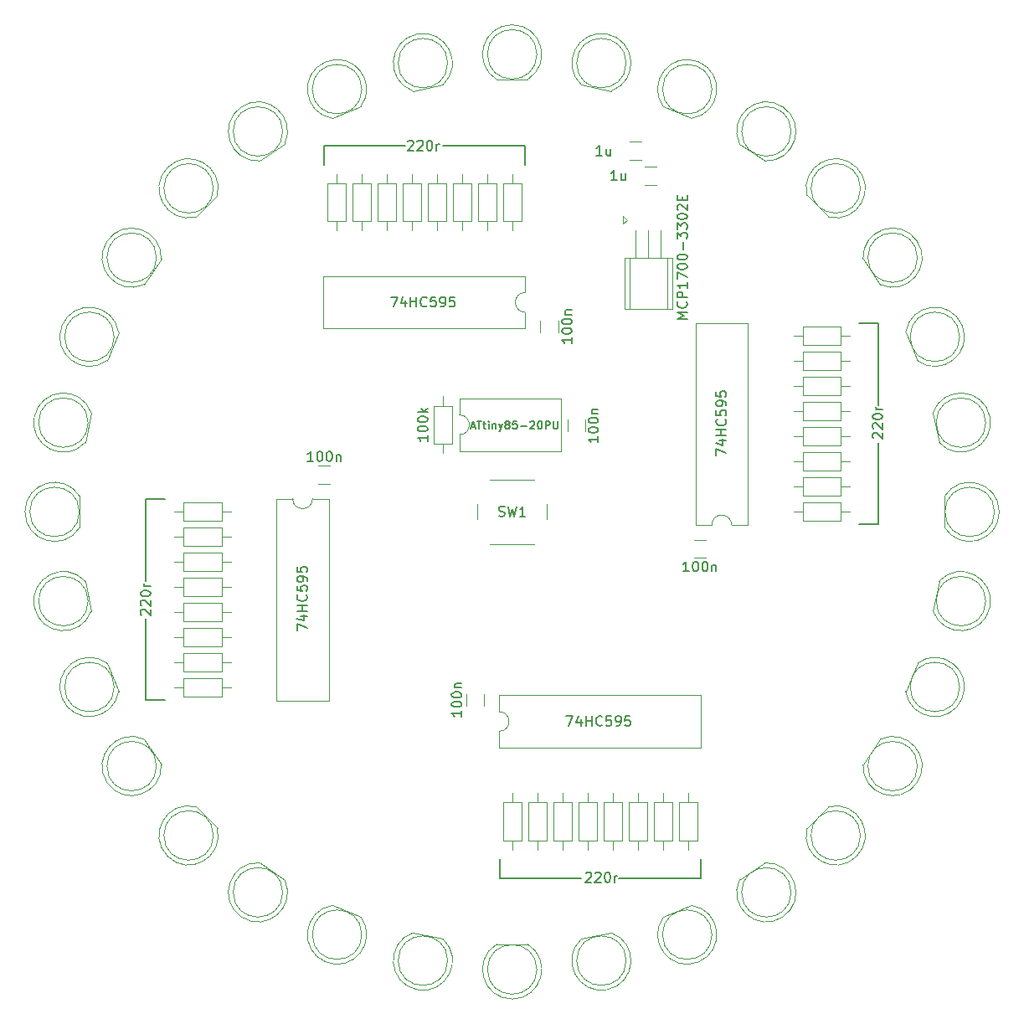
<source format=gbr>
G04 #@! TF.GenerationSoftware,KiCad,Pcbnew,(5.0.2)-1*
G04 #@! TF.CreationDate,2020-02-14T16:26:47+00:00*
G04 #@! TF.ProjectId,teatime,74656174-696d-4652-9e6b-696361645f70,rev?*
G04 #@! TF.SameCoordinates,Original*
G04 #@! TF.FileFunction,Legend,Top*
G04 #@! TF.FilePolarity,Positive*
%FSLAX46Y46*%
G04 Gerber Fmt 4.6, Leading zero omitted, Abs format (unit mm)*
G04 Created by KiCad (PCBNEW (5.0.2)-1) date 14/02/2020 16:26:47*
%MOMM*%
%LPD*%
G01*
G04 APERTURE LIST*
%ADD10C,0.200000*%
%ADD11C,0.120000*%
%ADD12C,0.150000*%
G04 APERTURE END LIST*
D10*
X80950000Y-64880000D02*
X80950000Y-62975000D01*
X93020000Y-62975000D02*
X101270000Y-62975000D01*
X80950000Y-62975000D02*
X89205000Y-62975000D01*
X101270000Y-62975000D02*
X101270000Y-64880000D01*
X137025000Y-93020000D02*
X137025000Y-101270000D01*
X137025000Y-80950000D02*
X137025000Y-89205000D01*
X137025000Y-101270000D02*
X135120000Y-101270000D01*
X135120000Y-80950000D02*
X137025000Y-80950000D01*
X106980000Y-137025000D02*
X98730000Y-137025000D01*
X98730000Y-137025000D02*
X98730000Y-135120000D01*
X119050000Y-135120000D02*
X119050000Y-137025000D01*
X119050000Y-137025000D02*
X110795000Y-137025000D01*
X62975000Y-106980000D02*
X62975000Y-98730000D01*
X62975000Y-119050000D02*
X62975000Y-110795000D01*
X64880000Y-119050000D02*
X62975000Y-119050000D01*
X62975000Y-98730000D02*
X64880000Y-98730000D01*
D11*
G04 #@! TO.C,R22*
X113620000Y-129390000D02*
X111780000Y-129390000D01*
X111780000Y-129390000D02*
X111780000Y-133230000D01*
X111780000Y-133230000D02*
X113620000Y-133230000D01*
X113620000Y-133230000D02*
X113620000Y-129390000D01*
X112700000Y-128440000D02*
X112700000Y-129390000D01*
X112700000Y-134180000D02*
X112700000Y-133230000D01*
G04 #@! TO.C,R24*
X117780000Y-134180000D02*
X117780000Y-133230000D01*
X117780000Y-128440000D02*
X117780000Y-129390000D01*
X118700000Y-133230000D02*
X118700000Y-129390000D01*
X116860000Y-133230000D02*
X118700000Y-133230000D01*
X116860000Y-129390000D02*
X116860000Y-133230000D01*
X118700000Y-129390000D02*
X116860000Y-129390000D01*
G04 #@! TO.C,R25*
X129390000Y-99080000D02*
X129390000Y-100920000D01*
X129390000Y-100920000D02*
X133230000Y-100920000D01*
X133230000Y-100920000D02*
X133230000Y-99080000D01*
X133230000Y-99080000D02*
X129390000Y-99080000D01*
X128440000Y-100000000D02*
X129390000Y-100000000D01*
X134180000Y-100000000D02*
X133230000Y-100000000D01*
G04 #@! TO.C,R26*
X134180000Y-97460000D02*
X133230000Y-97460000D01*
X128440000Y-97460000D02*
X129390000Y-97460000D01*
X133230000Y-96540000D02*
X129390000Y-96540000D01*
X133230000Y-98380000D02*
X133230000Y-96540000D01*
X129390000Y-98380000D02*
X133230000Y-98380000D01*
X129390000Y-96540000D02*
X129390000Y-98380000D01*
G04 #@! TO.C,R27*
X129390000Y-94000000D02*
X129390000Y-95840000D01*
X129390000Y-95840000D02*
X133230000Y-95840000D01*
X133230000Y-95840000D02*
X133230000Y-94000000D01*
X133230000Y-94000000D02*
X129390000Y-94000000D01*
X128440000Y-94920000D02*
X129390000Y-94920000D01*
X134180000Y-94920000D02*
X133230000Y-94920000D01*
G04 #@! TO.C,R28*
X134180000Y-92380000D02*
X133230000Y-92380000D01*
X128440000Y-92380000D02*
X129390000Y-92380000D01*
X133230000Y-91460000D02*
X129390000Y-91460000D01*
X133230000Y-93300000D02*
X133230000Y-91460000D01*
X129390000Y-93300000D02*
X133230000Y-93300000D01*
X129390000Y-91460000D02*
X129390000Y-93300000D01*
G04 #@! TO.C,R29*
X129390000Y-88920000D02*
X129390000Y-90760000D01*
X129390000Y-90760000D02*
X133230000Y-90760000D01*
X133230000Y-90760000D02*
X133230000Y-88920000D01*
X133230000Y-88920000D02*
X129390000Y-88920000D01*
X128440000Y-89840000D02*
X129390000Y-89840000D01*
X134180000Y-89840000D02*
X133230000Y-89840000D01*
G04 #@! TO.C,R30*
X134180000Y-87300000D02*
X133230000Y-87300000D01*
X128440000Y-87300000D02*
X129390000Y-87300000D01*
X133230000Y-86380000D02*
X129390000Y-86380000D01*
X133230000Y-88220000D02*
X133230000Y-86380000D01*
X129390000Y-88220000D02*
X133230000Y-88220000D01*
X129390000Y-86380000D02*
X129390000Y-88220000D01*
G04 #@! TO.C,R31*
X129390000Y-83840000D02*
X129390000Y-85680000D01*
X129390000Y-85680000D02*
X133230000Y-85680000D01*
X133230000Y-85680000D02*
X133230000Y-83840000D01*
X133230000Y-83840000D02*
X129390000Y-83840000D01*
X128440000Y-84760000D02*
X129390000Y-84760000D01*
X134180000Y-84760000D02*
X133230000Y-84760000D01*
G04 #@! TO.C,R32*
X134180000Y-82220000D02*
X133230000Y-82220000D01*
X128440000Y-82220000D02*
X129390000Y-82220000D01*
X133230000Y-81300000D02*
X129390000Y-81300000D01*
X133230000Y-83140000D02*
X133230000Y-81300000D01*
X129390000Y-83140000D02*
X133230000Y-83140000D01*
X129390000Y-81300000D02*
X129390000Y-83140000D01*
G04 #@! TO.C,R17*
X100920000Y-129390000D02*
X99080000Y-129390000D01*
X99080000Y-129390000D02*
X99080000Y-133230000D01*
X99080000Y-133230000D02*
X100920000Y-133230000D01*
X100920000Y-133230000D02*
X100920000Y-129390000D01*
X100000000Y-128440000D02*
X100000000Y-129390000D01*
X100000000Y-134180000D02*
X100000000Y-133230000D01*
G04 #@! TO.C,R4*
X92380000Y-65820000D02*
X92380000Y-66770000D01*
X92380000Y-71560000D02*
X92380000Y-70610000D01*
X91460000Y-66770000D02*
X91460000Y-70610000D01*
X93300000Y-66770000D02*
X91460000Y-66770000D01*
X93300000Y-70610000D02*
X93300000Y-66770000D01*
X91460000Y-70610000D02*
X93300000Y-70610000D01*
G04 #@! TO.C,R2*
X96540000Y-70610000D02*
X98380000Y-70610000D01*
X98380000Y-70610000D02*
X98380000Y-66770000D01*
X98380000Y-66770000D02*
X96540000Y-66770000D01*
X96540000Y-66770000D02*
X96540000Y-70610000D01*
X97460000Y-71560000D02*
X97460000Y-70610000D01*
X97460000Y-65820000D02*
X97460000Y-66770000D01*
G04 #@! TO.C,R1*
X100000000Y-65820000D02*
X100000000Y-66770000D01*
X100000000Y-71560000D02*
X100000000Y-70610000D01*
X99080000Y-66770000D02*
X99080000Y-70610000D01*
X100920000Y-66770000D02*
X99080000Y-66770000D01*
X100920000Y-70610000D02*
X100920000Y-66770000D01*
X99080000Y-70610000D02*
X100920000Y-70610000D01*
G04 #@! TO.C,R3*
X94000000Y-70610000D02*
X95840000Y-70610000D01*
X95840000Y-70610000D02*
X95840000Y-66770000D01*
X95840000Y-66770000D02*
X94000000Y-66770000D01*
X94000000Y-66770000D02*
X94000000Y-70610000D01*
X94920000Y-71560000D02*
X94920000Y-70610000D01*
X94920000Y-65820000D02*
X94920000Y-66770000D01*
G04 #@! TO.C,R23*
X115240000Y-134180000D02*
X115240000Y-133230000D01*
X115240000Y-128440000D02*
X115240000Y-129390000D01*
X116160000Y-133230000D02*
X116160000Y-129390000D01*
X114320000Y-133230000D02*
X116160000Y-133230000D01*
X114320000Y-129390000D02*
X114320000Y-133230000D01*
X116160000Y-129390000D02*
X114320000Y-129390000D01*
G04 #@! TO.C,R33*
X92080000Y-93110000D02*
X93920000Y-93110000D01*
X93920000Y-93110000D02*
X93920000Y-89270000D01*
X93920000Y-89270000D02*
X92080000Y-89270000D01*
X92080000Y-89270000D02*
X92080000Y-93110000D01*
X93000000Y-94060000D02*
X93000000Y-93110000D01*
X93000000Y-88320000D02*
X93000000Y-89270000D01*
G04 #@! TO.C,R7*
X84760000Y-65820000D02*
X84760000Y-66770000D01*
X84760000Y-71560000D02*
X84760000Y-70610000D01*
X83840000Y-66770000D02*
X83840000Y-70610000D01*
X85680000Y-66770000D02*
X83840000Y-66770000D01*
X85680000Y-70610000D02*
X85680000Y-66770000D01*
X83840000Y-70610000D02*
X85680000Y-70610000D01*
G04 #@! TO.C,R8*
X81300000Y-70610000D02*
X83140000Y-70610000D01*
X83140000Y-70610000D02*
X83140000Y-66770000D01*
X83140000Y-66770000D02*
X81300000Y-66770000D01*
X81300000Y-66770000D02*
X81300000Y-70610000D01*
X82220000Y-71560000D02*
X82220000Y-70610000D01*
X82220000Y-65820000D02*
X82220000Y-66770000D01*
G04 #@! TO.C,R9*
X65820000Y-100000000D02*
X66770000Y-100000000D01*
X71560000Y-100000000D02*
X70610000Y-100000000D01*
X66770000Y-100920000D02*
X70610000Y-100920000D01*
X66770000Y-99080000D02*
X66770000Y-100920000D01*
X70610000Y-99080000D02*
X66770000Y-99080000D01*
X70610000Y-100920000D02*
X70610000Y-99080000D01*
G04 #@! TO.C,R10*
X70610000Y-103460000D02*
X70610000Y-101620000D01*
X70610000Y-101620000D02*
X66770000Y-101620000D01*
X66770000Y-101620000D02*
X66770000Y-103460000D01*
X66770000Y-103460000D02*
X70610000Y-103460000D01*
X71560000Y-102540000D02*
X70610000Y-102540000D01*
X65820000Y-102540000D02*
X66770000Y-102540000D01*
G04 #@! TO.C,R11*
X65820000Y-105080000D02*
X66770000Y-105080000D01*
X71560000Y-105080000D02*
X70610000Y-105080000D01*
X66770000Y-106000000D02*
X70610000Y-106000000D01*
X66770000Y-104160000D02*
X66770000Y-106000000D01*
X70610000Y-104160000D02*
X66770000Y-104160000D01*
X70610000Y-106000000D02*
X70610000Y-104160000D01*
G04 #@! TO.C,R12*
X70610000Y-108540000D02*
X70610000Y-106700000D01*
X70610000Y-106700000D02*
X66770000Y-106700000D01*
X66770000Y-106700000D02*
X66770000Y-108540000D01*
X66770000Y-108540000D02*
X70610000Y-108540000D01*
X71560000Y-107620000D02*
X70610000Y-107620000D01*
X65820000Y-107620000D02*
X66770000Y-107620000D01*
G04 #@! TO.C,R13*
X65820000Y-110160000D02*
X66770000Y-110160000D01*
X71560000Y-110160000D02*
X70610000Y-110160000D01*
X66770000Y-111080000D02*
X70610000Y-111080000D01*
X66770000Y-109240000D02*
X66770000Y-111080000D01*
X70610000Y-109240000D02*
X66770000Y-109240000D01*
X70610000Y-111080000D02*
X70610000Y-109240000D01*
G04 #@! TO.C,R14*
X70610000Y-113620000D02*
X70610000Y-111780000D01*
X70610000Y-111780000D02*
X66770000Y-111780000D01*
X66770000Y-111780000D02*
X66770000Y-113620000D01*
X66770000Y-113620000D02*
X70610000Y-113620000D01*
X71560000Y-112700000D02*
X70610000Y-112700000D01*
X65820000Y-112700000D02*
X66770000Y-112700000D01*
G04 #@! TO.C,R15*
X65820000Y-115240000D02*
X66770000Y-115240000D01*
X71560000Y-115240000D02*
X70610000Y-115240000D01*
X66770000Y-116160000D02*
X70610000Y-116160000D01*
X66770000Y-114320000D02*
X66770000Y-116160000D01*
X70610000Y-114320000D02*
X66770000Y-114320000D01*
X70610000Y-116160000D02*
X70610000Y-114320000D01*
G04 #@! TO.C,R16*
X70610000Y-118700000D02*
X70610000Y-116860000D01*
X70610000Y-116860000D02*
X66770000Y-116860000D01*
X66770000Y-116860000D02*
X66770000Y-118700000D01*
X66770000Y-118700000D02*
X70610000Y-118700000D01*
X71560000Y-117780000D02*
X70610000Y-117780000D01*
X65820000Y-117780000D02*
X66770000Y-117780000D01*
G04 #@! TO.C,R6*
X87300000Y-65820000D02*
X87300000Y-66770000D01*
X87300000Y-71560000D02*
X87300000Y-70610000D01*
X86380000Y-66770000D02*
X86380000Y-70610000D01*
X88220000Y-66770000D02*
X86380000Y-66770000D01*
X88220000Y-70610000D02*
X88220000Y-66770000D01*
X86380000Y-70610000D02*
X88220000Y-70610000D01*
G04 #@! TO.C,R18*
X103460000Y-129390000D02*
X101620000Y-129390000D01*
X101620000Y-129390000D02*
X101620000Y-133230000D01*
X101620000Y-133230000D02*
X103460000Y-133230000D01*
X103460000Y-133230000D02*
X103460000Y-129390000D01*
X102540000Y-128440000D02*
X102540000Y-129390000D01*
X102540000Y-134180000D02*
X102540000Y-133230000D01*
G04 #@! TO.C,R20*
X107620000Y-134180000D02*
X107620000Y-133230000D01*
X107620000Y-128440000D02*
X107620000Y-129390000D01*
X108540000Y-133230000D02*
X108540000Y-129390000D01*
X106700000Y-133230000D02*
X108540000Y-133230000D01*
X106700000Y-129390000D02*
X106700000Y-133230000D01*
X108540000Y-129390000D02*
X106700000Y-129390000D01*
G04 #@! TO.C,R5*
X88920000Y-70610000D02*
X90760000Y-70610000D01*
X90760000Y-70610000D02*
X90760000Y-66770000D01*
X90760000Y-66770000D02*
X88920000Y-66770000D01*
X88920000Y-66770000D02*
X88920000Y-70610000D01*
X89840000Y-71560000D02*
X89840000Y-70610000D01*
X89840000Y-65820000D02*
X89840000Y-66770000D01*
G04 #@! TO.C,R19*
X105080000Y-134180000D02*
X105080000Y-133230000D01*
X105080000Y-128440000D02*
X105080000Y-129390000D01*
X106000000Y-133230000D02*
X106000000Y-129390000D01*
X104160000Y-133230000D02*
X106000000Y-133230000D01*
X104160000Y-129390000D02*
X104160000Y-133230000D01*
X106000000Y-129390000D02*
X104160000Y-129390000D01*
G04 #@! TO.C,R21*
X111080000Y-129390000D02*
X109240000Y-129390000D01*
X109240000Y-129390000D02*
X109240000Y-133230000D01*
X109240000Y-133230000D02*
X111080000Y-133230000D01*
X111080000Y-133230000D02*
X111080000Y-129390000D01*
X110160000Y-128440000D02*
X110160000Y-129390000D01*
X110160000Y-134180000D02*
X110160000Y-133230000D01*
G04 #@! TO.C,C4*
X104660000Y-81852064D02*
X104660000Y-80647936D01*
X102840000Y-81852064D02*
X102840000Y-80647936D01*
G04 #@! TO.C,C5*
X81602064Y-97160000D02*
X80397936Y-97160000D01*
X81602064Y-95340000D02*
X80397936Y-95340000D01*
G04 #@! TO.C,C6*
X95340000Y-118397936D02*
X95340000Y-119602064D01*
X97160000Y-118397936D02*
X97160000Y-119602064D01*
G04 #@! TO.C,C7*
X118397936Y-102840000D02*
X119602064Y-102840000D01*
X118397936Y-104660000D02*
X119602064Y-104660000D01*
G04 #@! TO.C,C3*
X105590000Y-90647936D02*
X105590000Y-91852064D01*
X107410000Y-90647936D02*
X107410000Y-91852064D01*
G04 #@! TO.C,U1*
X111370000Y-79500000D02*
X111370000Y-74310000D01*
X116170000Y-79500000D02*
X111370000Y-79500000D01*
X116170000Y-74310000D02*
X116170000Y-79500000D01*
X111370000Y-74310000D02*
X116170000Y-74310000D01*
X115040000Y-71520000D02*
X115040000Y-74310000D01*
X113770000Y-71520000D02*
X113770000Y-74310000D01*
X112500000Y-71520000D02*
X112500000Y-74310000D01*
X111865000Y-74310000D02*
X111865000Y-79517000D01*
X115675000Y-74310000D02*
X115675000Y-79517000D01*
X111611000Y-70500000D02*
X111230000Y-70119000D01*
X111230000Y-70119000D02*
X111230000Y-70881000D01*
X111230000Y-70881000D02*
X111611000Y-70500000D01*
G04 #@! TO.C,U6*
X94670000Y-88540000D02*
X94670000Y-90190000D01*
X104950000Y-88540000D02*
X94670000Y-88540000D01*
X104950000Y-93840000D02*
X104950000Y-88540000D01*
X94670000Y-93840000D02*
X104950000Y-93840000D01*
X94670000Y-92190000D02*
X94670000Y-93840000D01*
X94670000Y-90190000D02*
G75*
G02X94670000Y-92190000I0J-1000000D01*
G01*
G04 #@! TO.C,SW1*
X103500000Y-100750000D02*
X103500000Y-99250000D01*
X102250000Y-96750000D02*
X97750000Y-96750000D01*
X96500000Y-99250000D02*
X96500000Y-100750000D01*
X97750000Y-103250000D02*
X102250000Y-103250000D01*
G04 #@! TO.C,C1*
X113102064Y-62590000D02*
X111897936Y-62590000D01*
X113102064Y-64410000D02*
X111897936Y-64410000D01*
G04 #@! TO.C,C2*
X114602064Y-66910000D02*
X113397936Y-66910000D01*
X114602064Y-65090000D02*
X113397936Y-65090000D01*
G04 #@! TO.C,D17*
X101545000Y-143710000D02*
X98455000Y-143710000D01*
X102500000Y-146270000D02*
G75*
G03X102500000Y-146270000I-2500000J0D01*
G01*
X100000462Y-149260000D02*
G75*
G02X98455170Y-143710000I-462J2990000D01*
G01*
X99999538Y-149260000D02*
G75*
G03X101544830Y-143710000I462J2990000D01*
G01*
G04 #@! TO.C,D30*
X127367773Y-59042064D02*
G75*
G03X122999495Y-62798201I-1661539J-2485837D01*
G01*
X127367004Y-59041551D02*
G75*
G02X125568454Y-64514724I-1660770J-2486350D01*
G01*
X128206234Y-61527901D02*
G75*
G03X128206234Y-61527901I-2500000J0D01*
G01*
X122999354Y-62798107D02*
X125568595Y-64514819D01*
G04 #@! TO.C,D29*
X129815157Y-67999882D02*
X132000117Y-70184842D01*
X135217831Y-67282168D02*
G75*
G03X135217831Y-67282168I-2500000J0D01*
G01*
X134831755Y-65167592D02*
G75*
G02X131999997Y-70184722I-2113924J-2114576D01*
G01*
X134832407Y-65168244D02*
G75*
G03X129815277Y-68000002I-2114576J-2113924D01*
G01*
G04 #@! TO.C,D28*
X140958448Y-72632995D02*
G75*
G03X135485275Y-74431545I-2486350J-1660770D01*
G01*
X140957935Y-72632226D02*
G75*
G02X137201798Y-77000504I-2485837J-1661539D01*
G01*
X140972098Y-74293765D02*
G75*
G03X140972098Y-74293765I-2500000J0D01*
G01*
X135485180Y-74431404D02*
X137201892Y-77000645D01*
G04 #@! TO.C,D27*
X139791528Y-81845513D02*
X140974019Y-84700301D01*
X145247905Y-82293237D02*
G75*
G03X145247905Y-82293237I-2500000J0D01*
G01*
X145510128Y-81148587D02*
G75*
G02X140973954Y-84700143I-2762223J-1144650D01*
G01*
X145510480Y-81149440D02*
G75*
G03X139791593Y-81845670I-2762575J-1143797D01*
G01*
G04 #@! TO.C,D26*
X148313571Y-90390303D02*
G75*
G03X142568743Y-89957455I-2932637J-582867D01*
G01*
X148313392Y-90389397D02*
G75*
G02X143171505Y-92987748I-2932458J-583773D01*
G01*
X147880935Y-90973170D02*
G75*
G03X147880935Y-90973170I-2500001J0D01*
G01*
X142568709Y-89957288D02*
X143171539Y-92987915D01*
G04 #@! TO.C,D25*
X143710000Y-98455000D02*
X143710000Y-101545000D01*
X148770000Y-100000000D02*
G75*
G03X148770000Y-100000000I-2500000J0D01*
G01*
X149260000Y-99999538D02*
G75*
G02X143710000Y-101544830I-2990000J-462D01*
G01*
X149260000Y-100000462D02*
G75*
G03X143710000Y-98455170I-2990000J462D01*
G01*
G04 #@! TO.C,D24*
X148313392Y-109610602D02*
G75*
G03X143171505Y-107012251I-2932458J583773D01*
G01*
X148313571Y-109609696D02*
G75*
G02X142568743Y-110042544I-2932637J582867D01*
G01*
X147880935Y-109026829D02*
G75*
G03X147880935Y-109026829I-2500001J0D01*
G01*
X143171539Y-107012084D02*
X142568709Y-110042711D01*
G04 #@! TO.C,D23*
X140974019Y-115299698D02*
X139791528Y-118154486D01*
X145247905Y-117706762D02*
G75*
G03X145247905Y-117706762I-2500000J0D01*
G01*
X145510480Y-118850559D02*
G75*
G02X139791593Y-118154329I-2762575J1143797D01*
G01*
X145510128Y-118851412D02*
G75*
G03X140973954Y-115299856I-2762223J1144650D01*
G01*
G04 #@! TO.C,D22*
X140957935Y-127367773D02*
G75*
G03X137201798Y-122999495I-2485837J1661539D01*
G01*
X140958448Y-127367004D02*
G75*
G02X135485275Y-125568454I-2486350J1660770D01*
G01*
X140972098Y-125706234D02*
G75*
G03X140972098Y-125706234I-2500000J0D01*
G01*
X137201892Y-122999354D02*
X135485180Y-125568595D01*
G04 #@! TO.C,D21*
X132000117Y-129815157D02*
X129815157Y-132000117D01*
X135217831Y-132717831D02*
G75*
G03X135217831Y-132717831I-2500000J0D01*
G01*
X134832407Y-134831755D02*
G75*
G02X129815277Y-131999997I-2114576J2113924D01*
G01*
X134831755Y-134832407D02*
G75*
G03X131999997Y-129815277I-2113924J2114576D01*
G01*
G04 #@! TO.C,D20*
X127367004Y-140958448D02*
G75*
G03X125568454Y-135485275I-1660770J2486350D01*
G01*
X127367773Y-140957935D02*
G75*
G02X122999495Y-137201798I-1661539J2485837D01*
G01*
X128206234Y-138472098D02*
G75*
G03X128206234Y-138472098I-2500000J0D01*
G01*
X125568595Y-135485180D02*
X122999354Y-137201892D01*
G04 #@! TO.C,D19*
X118154486Y-139791528D02*
X115299698Y-140974019D01*
X120206762Y-142747905D02*
G75*
G03X120206762Y-142747905I-2500000J0D01*
G01*
X118851412Y-145510128D02*
G75*
G02X115299856Y-140973954I-1144650J2762223D01*
G01*
X118850559Y-145510480D02*
G75*
G03X118154329Y-139791593I-1143797J2762575D01*
G01*
G04 #@! TO.C,D18*
X109609696Y-148313571D02*
G75*
G03X110042544Y-142568743I-582867J2932637D01*
G01*
X109610602Y-148313392D02*
G75*
G02X107012251Y-143171505I-583773J2932458D01*
G01*
X111526830Y-145380934D02*
G75*
G03X111526830Y-145380934I-2500001J0D01*
G01*
X110042711Y-142568709D02*
X107012084Y-143171539D01*
G04 #@! TO.C,D16*
X92987915Y-143171539D02*
X89957288Y-142568709D01*
X93473171Y-145380934D02*
G75*
G03X93473171Y-145380934I-2500001J0D01*
G01*
X90390303Y-148313571D02*
G75*
G02X89957455Y-142568743I582867J2932637D01*
G01*
X90389397Y-148313392D02*
G75*
G03X92987748Y-143171505I583773J2932458D01*
G01*
G04 #@! TO.C,D32*
X109610602Y-51686607D02*
G75*
G03X107012251Y-56828494I-583773J-2932458D01*
G01*
X109609696Y-51686428D02*
G75*
G02X110042544Y-57431256I-582867J-2932637D01*
G01*
X111526830Y-54619065D02*
G75*
G03X111526830Y-54619065I-2500001J0D01*
G01*
X107012084Y-56828460D02*
X110042711Y-57431290D01*
G04 #@! TO.C,D14*
X77000645Y-137201892D02*
X74431404Y-135485180D01*
X76793765Y-138472098D02*
G75*
G03X76793765Y-138472098I-2500000J0D01*
G01*
X72632995Y-140958448D02*
G75*
G02X74431545Y-135485275I1660770J2486350D01*
G01*
X72632226Y-140957935D02*
G75*
G03X77000504Y-137201798I1661539J2485837D01*
G01*
G04 #@! TO.C,D31*
X118851412Y-54489871D02*
G75*
G03X115299856Y-59026045I-1144650J-2762223D01*
G01*
X118850559Y-54489519D02*
G75*
G02X118154329Y-60208406I-1143797J-2762575D01*
G01*
X120206762Y-57252094D02*
G75*
G03X120206762Y-57252094I-2500000J0D01*
G01*
X115299698Y-59025980D02*
X118154486Y-60208471D01*
G04 #@! TO.C,D1*
X98455000Y-56290000D02*
X101545000Y-56290000D01*
X102500000Y-53730000D02*
G75*
G03X102500000Y-53730000I-2500000J0D01*
G01*
X99999538Y-50740000D02*
G75*
G02X101544830Y-56290000I462J-2990000D01*
G01*
X100000462Y-50740000D02*
G75*
G03X98455170Y-56290000I-462J-2990000D01*
G01*
G04 #@! TO.C,D2*
X90390303Y-51686428D02*
G75*
G03X89957455Y-57431256I582867J-2932637D01*
G01*
X90389397Y-51686607D02*
G75*
G02X92987748Y-56828494I583773J-2932458D01*
G01*
X93473171Y-54619065D02*
G75*
G03X93473171Y-54619065I-2500001J0D01*
G01*
X89957288Y-57431290D02*
X92987915Y-56828460D01*
G04 #@! TO.C,D3*
X81845513Y-60208471D02*
X84700301Y-59025980D01*
X84793237Y-57252094D02*
G75*
G03X84793237Y-57252094I-2500000J0D01*
G01*
X81148587Y-54489871D02*
G75*
G02X84700143Y-59026045I1144650J-2762223D01*
G01*
X81149440Y-54489519D02*
G75*
G03X81845670Y-60208406I1143797J-2762575D01*
G01*
G04 #@! TO.C,D4*
X72632995Y-59041551D02*
G75*
G03X74431545Y-64514724I1660770J-2486350D01*
G01*
X72632226Y-59042064D02*
G75*
G02X77000504Y-62798201I1661539J-2485837D01*
G01*
X76793765Y-61527901D02*
G75*
G03X76793765Y-61527901I-2500000J0D01*
G01*
X74431404Y-64514819D02*
X77000645Y-62798107D01*
G04 #@! TO.C,D5*
X67999882Y-70184842D02*
X70184842Y-67999882D01*
X69782168Y-67282168D02*
G75*
G03X69782168Y-67282168I-2500000J0D01*
G01*
X65167592Y-65168244D02*
G75*
G02X70184722Y-68000002I2114576J-2113924D01*
G01*
X65168244Y-65167592D02*
G75*
G03X68000002Y-70184722I2113924J-2114576D01*
G01*
G04 #@! TO.C,D6*
X59042064Y-72632226D02*
G75*
G03X62798201Y-77000504I2485837J-1661539D01*
G01*
X59041551Y-72632995D02*
G75*
G02X64514724Y-74431545I2486350J-1660770D01*
G01*
X64027901Y-74293765D02*
G75*
G03X64027901Y-74293765I-2500000J0D01*
G01*
X62798107Y-77000645D02*
X64514819Y-74431404D01*
G04 #@! TO.C,D7*
X59025980Y-84700301D02*
X60208471Y-81845513D01*
X59752094Y-82293237D02*
G75*
G03X59752094Y-82293237I-2500000J0D01*
G01*
X54489519Y-81149440D02*
G75*
G02X60208406Y-81845670I2762575J-1143797D01*
G01*
X54489871Y-81148587D02*
G75*
G03X59026045Y-84700143I2762223J-1144650D01*
G01*
G04 #@! TO.C,D8*
X51686607Y-90389397D02*
G75*
G03X56828494Y-92987748I2932458J-583773D01*
G01*
X51686428Y-90390303D02*
G75*
G02X57431256Y-89957455I2932637J-582867D01*
G01*
X57119066Y-90973170D02*
G75*
G03X57119066Y-90973170I-2500001J0D01*
G01*
X56828460Y-92987915D02*
X57431290Y-89957288D01*
G04 #@! TO.C,D9*
X56290000Y-101545000D02*
X56290000Y-98455000D01*
X56230000Y-100000000D02*
G75*
G03X56230000Y-100000000I-2500000J0D01*
G01*
X50740000Y-100000462D02*
G75*
G02X56290000Y-98455170I2990000J462D01*
G01*
X50740000Y-99999538D02*
G75*
G03X56290000Y-101544830I2990000J-462D01*
G01*
G04 #@! TO.C,D10*
X51686428Y-109609696D02*
G75*
G03X57431256Y-110042544I2932637J582867D01*
G01*
X51686607Y-109610602D02*
G75*
G02X56828494Y-107012251I2932458J583773D01*
G01*
X57119066Y-109026829D02*
G75*
G03X57119066Y-109026829I-2500001J0D01*
G01*
X57431290Y-110042711D02*
X56828460Y-107012084D01*
G04 #@! TO.C,D11*
X60208471Y-118154486D02*
X59025980Y-115299698D01*
X59752094Y-117706762D02*
G75*
G03X59752094Y-117706762I-2500000J0D01*
G01*
X54489871Y-118851412D02*
G75*
G02X59026045Y-115299856I2762223J1144650D01*
G01*
X54489519Y-118850559D02*
G75*
G03X60208406Y-118154329I2762575J1143797D01*
G01*
G04 #@! TO.C,D12*
X59041551Y-127367004D02*
G75*
G03X64514724Y-125568454I2486350J1660770D01*
G01*
X59042064Y-127367773D02*
G75*
G02X62798201Y-122999495I2485837J1661539D01*
G01*
X64027901Y-125706234D02*
G75*
G03X64027901Y-125706234I-2500000J0D01*
G01*
X64514819Y-125568595D02*
X62798107Y-122999354D01*
G04 #@! TO.C,D13*
X70184842Y-132000117D02*
X67999882Y-129815157D01*
X69782168Y-132717831D02*
G75*
G03X69782168Y-132717831I-2500000J0D01*
G01*
X65168244Y-134832407D02*
G75*
G02X68000002Y-129815277I2113924J2114576D01*
G01*
X65167592Y-134831755D02*
G75*
G03X70184722Y-131999997I2114576J2113924D01*
G01*
G04 #@! TO.C,D15*
X81148587Y-145510128D02*
G75*
G03X84700143Y-140973954I1144650J2762223D01*
G01*
X81149440Y-145510480D02*
G75*
G02X81845670Y-139791593I1143797J2762575D01*
G01*
X84793237Y-142747905D02*
G75*
G03X84793237Y-142747905I-2500000J0D01*
G01*
X84700301Y-140974019D02*
X81845513Y-139791528D01*
G04 #@! TO.C,U3*
X81460000Y-98670000D02*
X79810000Y-98670000D01*
X81460000Y-119110000D02*
X81460000Y-98670000D01*
X76160000Y-119110000D02*
X81460000Y-119110000D01*
X76160000Y-98670000D02*
X76160000Y-119110000D01*
X77810000Y-98670000D02*
X76160000Y-98670000D01*
X79810000Y-98670000D02*
G75*
G02X77810000Y-98670000I-1000000J0D01*
G01*
G04 #@! TO.C,U4*
X98670000Y-120190000D02*
G75*
G02X98670000Y-122190000I0J-1000000D01*
G01*
X98670000Y-122190000D02*
X98670000Y-123840000D01*
X98670000Y-123840000D02*
X119110000Y-123840000D01*
X119110000Y-123840000D02*
X119110000Y-118540000D01*
X119110000Y-118540000D02*
X98670000Y-118540000D01*
X98670000Y-118540000D02*
X98670000Y-120190000D01*
G04 #@! TO.C,U5*
X118540000Y-101330000D02*
X120190000Y-101330000D01*
X118540000Y-80890000D02*
X118540000Y-101330000D01*
X123840000Y-80890000D02*
X118540000Y-80890000D01*
X123840000Y-101330000D02*
X123840000Y-80890000D01*
X122190000Y-101330000D02*
X123840000Y-101330000D01*
X120190000Y-101330000D02*
G75*
G02X122190000Y-101330000I1000000J0D01*
G01*
G04 #@! TO.C,U2*
X101330000Y-79810000D02*
G75*
G02X101330000Y-77810000I0J1000000D01*
G01*
X101330000Y-77810000D02*
X101330000Y-76160000D01*
X101330000Y-76160000D02*
X80890000Y-76160000D01*
X80890000Y-76160000D02*
X80890000Y-81460000D01*
X80890000Y-81460000D02*
X101330000Y-81460000D01*
X101330000Y-81460000D02*
X101330000Y-79810000D01*
G04 #@! TO.C,R25*
D12*
X136547619Y-92547619D02*
X136500000Y-92500000D01*
X136452380Y-92404761D01*
X136452380Y-92166666D01*
X136500000Y-92071428D01*
X136547619Y-92023809D01*
X136642857Y-91976190D01*
X136738095Y-91976190D01*
X136880952Y-92023809D01*
X137452380Y-92595238D01*
X137452380Y-91976190D01*
X136547619Y-91595238D02*
X136500000Y-91547619D01*
X136452380Y-91452380D01*
X136452380Y-91214285D01*
X136500000Y-91119047D01*
X136547619Y-91071428D01*
X136642857Y-91023809D01*
X136738095Y-91023809D01*
X136880952Y-91071428D01*
X137452380Y-91642857D01*
X137452380Y-91023809D01*
X136452380Y-90404761D02*
X136452380Y-90309523D01*
X136500000Y-90214285D01*
X136547619Y-90166666D01*
X136642857Y-90119047D01*
X136833333Y-90071428D01*
X137071428Y-90071428D01*
X137261904Y-90119047D01*
X137357142Y-90166666D01*
X137404761Y-90214285D01*
X137452380Y-90309523D01*
X137452380Y-90404761D01*
X137404761Y-90500000D01*
X137357142Y-90547619D01*
X137261904Y-90595238D01*
X137071428Y-90642857D01*
X136833333Y-90642857D01*
X136642857Y-90595238D01*
X136547619Y-90547619D01*
X136500000Y-90500000D01*
X136452380Y-90404761D01*
X137452380Y-89642857D02*
X136785714Y-89642857D01*
X136976190Y-89642857D02*
X136880952Y-89595238D01*
X136833333Y-89547619D01*
X136785714Y-89452380D01*
X136785714Y-89357142D01*
G04 #@! TO.C,R17*
X107452380Y-136547619D02*
X107500000Y-136500000D01*
X107595238Y-136452380D01*
X107833333Y-136452380D01*
X107928571Y-136500000D01*
X107976190Y-136547619D01*
X108023809Y-136642857D01*
X108023809Y-136738095D01*
X107976190Y-136880952D01*
X107404761Y-137452380D01*
X108023809Y-137452380D01*
X108404761Y-136547619D02*
X108452380Y-136500000D01*
X108547619Y-136452380D01*
X108785714Y-136452380D01*
X108880952Y-136500000D01*
X108928571Y-136547619D01*
X108976190Y-136642857D01*
X108976190Y-136738095D01*
X108928571Y-136880952D01*
X108357142Y-137452380D01*
X108976190Y-137452380D01*
X109595238Y-136452380D02*
X109690476Y-136452380D01*
X109785714Y-136500000D01*
X109833333Y-136547619D01*
X109880952Y-136642857D01*
X109928571Y-136833333D01*
X109928571Y-137071428D01*
X109880952Y-137261904D01*
X109833333Y-137357142D01*
X109785714Y-137404761D01*
X109690476Y-137452380D01*
X109595238Y-137452380D01*
X109500000Y-137404761D01*
X109452380Y-137357142D01*
X109404761Y-137261904D01*
X109357142Y-137071428D01*
X109357142Y-136833333D01*
X109404761Y-136642857D01*
X109452380Y-136547619D01*
X109500000Y-136500000D01*
X109595238Y-136452380D01*
X110357142Y-137452380D02*
X110357142Y-136785714D01*
X110357142Y-136976190D02*
X110404761Y-136880952D01*
X110452380Y-136833333D01*
X110547619Y-136785714D01*
X110642857Y-136785714D01*
G04 #@! TO.C,R1*
X89452380Y-62547619D02*
X89500000Y-62500000D01*
X89595238Y-62452380D01*
X89833333Y-62452380D01*
X89928571Y-62500000D01*
X89976190Y-62547619D01*
X90023809Y-62642857D01*
X90023809Y-62738095D01*
X89976190Y-62880952D01*
X89404761Y-63452380D01*
X90023809Y-63452380D01*
X90404761Y-62547619D02*
X90452380Y-62500000D01*
X90547619Y-62452380D01*
X90785714Y-62452380D01*
X90880952Y-62500000D01*
X90928571Y-62547619D01*
X90976190Y-62642857D01*
X90976190Y-62738095D01*
X90928571Y-62880952D01*
X90357142Y-63452380D01*
X90976190Y-63452380D01*
X91595238Y-62452380D02*
X91690476Y-62452380D01*
X91785714Y-62500000D01*
X91833333Y-62547619D01*
X91880952Y-62642857D01*
X91928571Y-62833333D01*
X91928571Y-63071428D01*
X91880952Y-63261904D01*
X91833333Y-63357142D01*
X91785714Y-63404761D01*
X91690476Y-63452380D01*
X91595238Y-63452380D01*
X91500000Y-63404761D01*
X91452380Y-63357142D01*
X91404761Y-63261904D01*
X91357142Y-63071428D01*
X91357142Y-62833333D01*
X91404761Y-62642857D01*
X91452380Y-62547619D01*
X91500000Y-62500000D01*
X91595238Y-62452380D01*
X92357142Y-63452380D02*
X92357142Y-62785714D01*
X92357142Y-62976190D02*
X92404761Y-62880952D01*
X92452380Y-62833333D01*
X92547619Y-62785714D01*
X92642857Y-62785714D01*
G04 #@! TO.C,R33*
X91452380Y-92261428D02*
X91452380Y-92832857D01*
X91452380Y-92547142D02*
X90452380Y-92547142D01*
X90595238Y-92642380D01*
X90690476Y-92737619D01*
X90738095Y-92832857D01*
X90452380Y-91642380D02*
X90452380Y-91547142D01*
X90500000Y-91451904D01*
X90547619Y-91404285D01*
X90642857Y-91356666D01*
X90833333Y-91309047D01*
X91071428Y-91309047D01*
X91261904Y-91356666D01*
X91357142Y-91404285D01*
X91404761Y-91451904D01*
X91452380Y-91547142D01*
X91452380Y-91642380D01*
X91404761Y-91737619D01*
X91357142Y-91785238D01*
X91261904Y-91832857D01*
X91071428Y-91880476D01*
X90833333Y-91880476D01*
X90642857Y-91832857D01*
X90547619Y-91785238D01*
X90500000Y-91737619D01*
X90452380Y-91642380D01*
X90452380Y-90690000D02*
X90452380Y-90594761D01*
X90500000Y-90499523D01*
X90547619Y-90451904D01*
X90642857Y-90404285D01*
X90833333Y-90356666D01*
X91071428Y-90356666D01*
X91261904Y-90404285D01*
X91357142Y-90451904D01*
X91404761Y-90499523D01*
X91452380Y-90594761D01*
X91452380Y-90690000D01*
X91404761Y-90785238D01*
X91357142Y-90832857D01*
X91261904Y-90880476D01*
X91071428Y-90928095D01*
X90833333Y-90928095D01*
X90642857Y-90880476D01*
X90547619Y-90832857D01*
X90500000Y-90785238D01*
X90452380Y-90690000D01*
X91452380Y-89928095D02*
X90452380Y-89928095D01*
X91071428Y-89832857D02*
X91452380Y-89547142D01*
X90785714Y-89547142D02*
X91166666Y-89928095D01*
G04 #@! TO.C,R9*
X62522619Y-110437619D02*
X62475000Y-110390000D01*
X62427380Y-110294761D01*
X62427380Y-110056666D01*
X62475000Y-109961428D01*
X62522619Y-109913809D01*
X62617857Y-109866190D01*
X62713095Y-109866190D01*
X62855952Y-109913809D01*
X63427380Y-110485238D01*
X63427380Y-109866190D01*
X62522619Y-109485238D02*
X62475000Y-109437619D01*
X62427380Y-109342380D01*
X62427380Y-109104285D01*
X62475000Y-109009047D01*
X62522619Y-108961428D01*
X62617857Y-108913809D01*
X62713095Y-108913809D01*
X62855952Y-108961428D01*
X63427380Y-109532857D01*
X63427380Y-108913809D01*
X62427380Y-108294761D02*
X62427380Y-108199523D01*
X62475000Y-108104285D01*
X62522619Y-108056666D01*
X62617857Y-108009047D01*
X62808333Y-107961428D01*
X63046428Y-107961428D01*
X63236904Y-108009047D01*
X63332142Y-108056666D01*
X63379761Y-108104285D01*
X63427380Y-108199523D01*
X63427380Y-108294761D01*
X63379761Y-108390000D01*
X63332142Y-108437619D01*
X63236904Y-108485238D01*
X63046428Y-108532857D01*
X62808333Y-108532857D01*
X62617857Y-108485238D01*
X62522619Y-108437619D01*
X62475000Y-108390000D01*
X62427380Y-108294761D01*
X63427380Y-107532857D02*
X62760714Y-107532857D01*
X62951190Y-107532857D02*
X62855952Y-107485238D01*
X62808333Y-107437619D01*
X62760714Y-107342380D01*
X62760714Y-107247142D01*
G04 #@! TO.C,C4*
X106022380Y-82369047D02*
X106022380Y-82940476D01*
X106022380Y-82654761D02*
X105022380Y-82654761D01*
X105165238Y-82750000D01*
X105260476Y-82845238D01*
X105308095Y-82940476D01*
X105022380Y-81750000D02*
X105022380Y-81654761D01*
X105070000Y-81559523D01*
X105117619Y-81511904D01*
X105212857Y-81464285D01*
X105403333Y-81416666D01*
X105641428Y-81416666D01*
X105831904Y-81464285D01*
X105927142Y-81511904D01*
X105974761Y-81559523D01*
X106022380Y-81654761D01*
X106022380Y-81750000D01*
X105974761Y-81845238D01*
X105927142Y-81892857D01*
X105831904Y-81940476D01*
X105641428Y-81988095D01*
X105403333Y-81988095D01*
X105212857Y-81940476D01*
X105117619Y-81892857D01*
X105070000Y-81845238D01*
X105022380Y-81750000D01*
X105022380Y-80797619D02*
X105022380Y-80702380D01*
X105070000Y-80607142D01*
X105117619Y-80559523D01*
X105212857Y-80511904D01*
X105403333Y-80464285D01*
X105641428Y-80464285D01*
X105831904Y-80511904D01*
X105927142Y-80559523D01*
X105974761Y-80607142D01*
X106022380Y-80702380D01*
X106022380Y-80797619D01*
X105974761Y-80892857D01*
X105927142Y-80940476D01*
X105831904Y-80988095D01*
X105641428Y-81035714D01*
X105403333Y-81035714D01*
X105212857Y-80988095D01*
X105117619Y-80940476D01*
X105070000Y-80892857D01*
X105022380Y-80797619D01*
X105355714Y-80035714D02*
X106022380Y-80035714D01*
X105450952Y-80035714D02*
X105403333Y-79988095D01*
X105355714Y-79892857D01*
X105355714Y-79750000D01*
X105403333Y-79654761D01*
X105498571Y-79607142D01*
X106022380Y-79607142D01*
G04 #@! TO.C,C5*
X79880952Y-94882380D02*
X79309523Y-94882380D01*
X79595238Y-94882380D02*
X79595238Y-93882380D01*
X79500000Y-94025238D01*
X79404761Y-94120476D01*
X79309523Y-94168095D01*
X80500000Y-93882380D02*
X80595238Y-93882380D01*
X80690476Y-93930000D01*
X80738095Y-93977619D01*
X80785714Y-94072857D01*
X80833333Y-94263333D01*
X80833333Y-94501428D01*
X80785714Y-94691904D01*
X80738095Y-94787142D01*
X80690476Y-94834761D01*
X80595238Y-94882380D01*
X80500000Y-94882380D01*
X80404761Y-94834761D01*
X80357142Y-94787142D01*
X80309523Y-94691904D01*
X80261904Y-94501428D01*
X80261904Y-94263333D01*
X80309523Y-94072857D01*
X80357142Y-93977619D01*
X80404761Y-93930000D01*
X80500000Y-93882380D01*
X81452380Y-93882380D02*
X81547619Y-93882380D01*
X81642857Y-93930000D01*
X81690476Y-93977619D01*
X81738095Y-94072857D01*
X81785714Y-94263333D01*
X81785714Y-94501428D01*
X81738095Y-94691904D01*
X81690476Y-94787142D01*
X81642857Y-94834761D01*
X81547619Y-94882380D01*
X81452380Y-94882380D01*
X81357142Y-94834761D01*
X81309523Y-94787142D01*
X81261904Y-94691904D01*
X81214285Y-94501428D01*
X81214285Y-94263333D01*
X81261904Y-94072857D01*
X81309523Y-93977619D01*
X81357142Y-93930000D01*
X81452380Y-93882380D01*
X82214285Y-94215714D02*
X82214285Y-94882380D01*
X82214285Y-94310952D02*
X82261904Y-94263333D01*
X82357142Y-94215714D01*
X82500000Y-94215714D01*
X82595238Y-94263333D01*
X82642857Y-94358571D01*
X82642857Y-94882380D01*
G04 #@! TO.C,C6*
X94882380Y-120119047D02*
X94882380Y-120690476D01*
X94882380Y-120404761D02*
X93882380Y-120404761D01*
X94025238Y-120500000D01*
X94120476Y-120595238D01*
X94168095Y-120690476D01*
X93882380Y-119500000D02*
X93882380Y-119404761D01*
X93930000Y-119309523D01*
X93977619Y-119261904D01*
X94072857Y-119214285D01*
X94263333Y-119166666D01*
X94501428Y-119166666D01*
X94691904Y-119214285D01*
X94787142Y-119261904D01*
X94834761Y-119309523D01*
X94882380Y-119404761D01*
X94882380Y-119500000D01*
X94834761Y-119595238D01*
X94787142Y-119642857D01*
X94691904Y-119690476D01*
X94501428Y-119738095D01*
X94263333Y-119738095D01*
X94072857Y-119690476D01*
X93977619Y-119642857D01*
X93930000Y-119595238D01*
X93882380Y-119500000D01*
X93882380Y-118547619D02*
X93882380Y-118452380D01*
X93930000Y-118357142D01*
X93977619Y-118309523D01*
X94072857Y-118261904D01*
X94263333Y-118214285D01*
X94501428Y-118214285D01*
X94691904Y-118261904D01*
X94787142Y-118309523D01*
X94834761Y-118357142D01*
X94882380Y-118452380D01*
X94882380Y-118547619D01*
X94834761Y-118642857D01*
X94787142Y-118690476D01*
X94691904Y-118738095D01*
X94501428Y-118785714D01*
X94263333Y-118785714D01*
X94072857Y-118738095D01*
X93977619Y-118690476D01*
X93930000Y-118642857D01*
X93882380Y-118547619D01*
X94215714Y-117785714D02*
X94882380Y-117785714D01*
X94310952Y-117785714D02*
X94263333Y-117738095D01*
X94215714Y-117642857D01*
X94215714Y-117500000D01*
X94263333Y-117404761D01*
X94358571Y-117357142D01*
X94882380Y-117357142D01*
G04 #@! TO.C,C7*
X117880952Y-106022380D02*
X117309523Y-106022380D01*
X117595238Y-106022380D02*
X117595238Y-105022380D01*
X117500000Y-105165238D01*
X117404761Y-105260476D01*
X117309523Y-105308095D01*
X118500000Y-105022380D02*
X118595238Y-105022380D01*
X118690476Y-105070000D01*
X118738095Y-105117619D01*
X118785714Y-105212857D01*
X118833333Y-105403333D01*
X118833333Y-105641428D01*
X118785714Y-105831904D01*
X118738095Y-105927142D01*
X118690476Y-105974761D01*
X118595238Y-106022380D01*
X118500000Y-106022380D01*
X118404761Y-105974761D01*
X118357142Y-105927142D01*
X118309523Y-105831904D01*
X118261904Y-105641428D01*
X118261904Y-105403333D01*
X118309523Y-105212857D01*
X118357142Y-105117619D01*
X118404761Y-105070000D01*
X118500000Y-105022380D01*
X119452380Y-105022380D02*
X119547619Y-105022380D01*
X119642857Y-105070000D01*
X119690476Y-105117619D01*
X119738095Y-105212857D01*
X119785714Y-105403333D01*
X119785714Y-105641428D01*
X119738095Y-105831904D01*
X119690476Y-105927142D01*
X119642857Y-105974761D01*
X119547619Y-106022380D01*
X119452380Y-106022380D01*
X119357142Y-105974761D01*
X119309523Y-105927142D01*
X119261904Y-105831904D01*
X119214285Y-105641428D01*
X119214285Y-105403333D01*
X119261904Y-105212857D01*
X119309523Y-105117619D01*
X119357142Y-105070000D01*
X119452380Y-105022380D01*
X120214285Y-105355714D02*
X120214285Y-106022380D01*
X120214285Y-105450952D02*
X120261904Y-105403333D01*
X120357142Y-105355714D01*
X120500000Y-105355714D01*
X120595238Y-105403333D01*
X120642857Y-105498571D01*
X120642857Y-106022380D01*
G04 #@! TO.C,C3*
X108702380Y-92369047D02*
X108702380Y-92940476D01*
X108702380Y-92654761D02*
X107702380Y-92654761D01*
X107845238Y-92750000D01*
X107940476Y-92845238D01*
X107988095Y-92940476D01*
X107702380Y-91750000D02*
X107702380Y-91654761D01*
X107750000Y-91559523D01*
X107797619Y-91511904D01*
X107892857Y-91464285D01*
X108083333Y-91416666D01*
X108321428Y-91416666D01*
X108511904Y-91464285D01*
X108607142Y-91511904D01*
X108654761Y-91559523D01*
X108702380Y-91654761D01*
X108702380Y-91750000D01*
X108654761Y-91845238D01*
X108607142Y-91892857D01*
X108511904Y-91940476D01*
X108321428Y-91988095D01*
X108083333Y-91988095D01*
X107892857Y-91940476D01*
X107797619Y-91892857D01*
X107750000Y-91845238D01*
X107702380Y-91750000D01*
X107702380Y-90797619D02*
X107702380Y-90702380D01*
X107750000Y-90607142D01*
X107797619Y-90559523D01*
X107892857Y-90511904D01*
X108083333Y-90464285D01*
X108321428Y-90464285D01*
X108511904Y-90511904D01*
X108607142Y-90559523D01*
X108654761Y-90607142D01*
X108702380Y-90702380D01*
X108702380Y-90797619D01*
X108654761Y-90892857D01*
X108607142Y-90940476D01*
X108511904Y-90988095D01*
X108321428Y-91035714D01*
X108083333Y-91035714D01*
X107892857Y-90988095D01*
X107797619Y-90940476D01*
X107750000Y-90892857D01*
X107702380Y-90797619D01*
X108035714Y-90035714D02*
X108702380Y-90035714D01*
X108130952Y-90035714D02*
X108083333Y-89988095D01*
X108035714Y-89892857D01*
X108035714Y-89750000D01*
X108083333Y-89654761D01*
X108178571Y-89607142D01*
X108702380Y-89607142D01*
G04 #@! TO.C,U1*
X117702380Y-80464285D02*
X116702380Y-80464285D01*
X117416666Y-80130952D01*
X116702380Y-79797619D01*
X117702380Y-79797619D01*
X117607142Y-78750000D02*
X117654761Y-78797619D01*
X117702380Y-78940476D01*
X117702380Y-79035714D01*
X117654761Y-79178571D01*
X117559523Y-79273809D01*
X117464285Y-79321428D01*
X117273809Y-79369047D01*
X117130952Y-79369047D01*
X116940476Y-79321428D01*
X116845238Y-79273809D01*
X116750000Y-79178571D01*
X116702380Y-79035714D01*
X116702380Y-78940476D01*
X116750000Y-78797619D01*
X116797619Y-78750000D01*
X117702380Y-78321428D02*
X116702380Y-78321428D01*
X116702380Y-77940476D01*
X116750000Y-77845238D01*
X116797619Y-77797619D01*
X116892857Y-77750000D01*
X117035714Y-77750000D01*
X117130952Y-77797619D01*
X117178571Y-77845238D01*
X117226190Y-77940476D01*
X117226190Y-78321428D01*
X117702380Y-76797619D02*
X117702380Y-77369047D01*
X117702380Y-77083333D02*
X116702380Y-77083333D01*
X116845238Y-77178571D01*
X116940476Y-77273809D01*
X116988095Y-77369047D01*
X116702380Y-76464285D02*
X116702380Y-75797619D01*
X117702380Y-76226190D01*
X116702380Y-75226190D02*
X116702380Y-75130952D01*
X116750000Y-75035714D01*
X116797619Y-74988095D01*
X116892857Y-74940476D01*
X117083333Y-74892857D01*
X117321428Y-74892857D01*
X117511904Y-74940476D01*
X117607142Y-74988095D01*
X117654761Y-75035714D01*
X117702380Y-75130952D01*
X117702380Y-75226190D01*
X117654761Y-75321428D01*
X117607142Y-75369047D01*
X117511904Y-75416666D01*
X117321428Y-75464285D01*
X117083333Y-75464285D01*
X116892857Y-75416666D01*
X116797619Y-75369047D01*
X116750000Y-75321428D01*
X116702380Y-75226190D01*
X116702380Y-74273809D02*
X116702380Y-74178571D01*
X116750000Y-74083333D01*
X116797619Y-74035714D01*
X116892857Y-73988095D01*
X117083333Y-73940476D01*
X117321428Y-73940476D01*
X117511904Y-73988095D01*
X117607142Y-74035714D01*
X117654761Y-74083333D01*
X117702380Y-74178571D01*
X117702380Y-74273809D01*
X117654761Y-74369047D01*
X117607142Y-74416666D01*
X117511904Y-74464285D01*
X117321428Y-74511904D01*
X117083333Y-74511904D01*
X116892857Y-74464285D01*
X116797619Y-74416666D01*
X116750000Y-74369047D01*
X116702380Y-74273809D01*
X117321428Y-73511904D02*
X117321428Y-72750000D01*
X116702380Y-72369047D02*
X116702380Y-71750000D01*
X117083333Y-72083333D01*
X117083333Y-71940476D01*
X117130952Y-71845238D01*
X117178571Y-71797619D01*
X117273809Y-71750000D01*
X117511904Y-71750000D01*
X117607142Y-71797619D01*
X117654761Y-71845238D01*
X117702380Y-71940476D01*
X117702380Y-72226190D01*
X117654761Y-72321428D01*
X117607142Y-72369047D01*
X116702380Y-71416666D02*
X116702380Y-70797619D01*
X117083333Y-71130952D01*
X117083333Y-70988095D01*
X117130952Y-70892857D01*
X117178571Y-70845238D01*
X117273809Y-70797619D01*
X117511904Y-70797619D01*
X117607142Y-70845238D01*
X117654761Y-70892857D01*
X117702380Y-70988095D01*
X117702380Y-71273809D01*
X117654761Y-71369047D01*
X117607142Y-71416666D01*
X116702380Y-70178571D02*
X116702380Y-70083333D01*
X116750000Y-69988095D01*
X116797619Y-69940476D01*
X116892857Y-69892857D01*
X117083333Y-69845238D01*
X117321428Y-69845238D01*
X117511904Y-69892857D01*
X117607142Y-69940476D01*
X117654761Y-69988095D01*
X117702380Y-70083333D01*
X117702380Y-70178571D01*
X117654761Y-70273809D01*
X117607142Y-70321428D01*
X117511904Y-70369047D01*
X117321428Y-70416666D01*
X117083333Y-70416666D01*
X116892857Y-70369047D01*
X116797619Y-70321428D01*
X116750000Y-70273809D01*
X116702380Y-70178571D01*
X116797619Y-69464285D02*
X116750000Y-69416666D01*
X116702380Y-69321428D01*
X116702380Y-69083333D01*
X116750000Y-68988095D01*
X116797619Y-68940476D01*
X116892857Y-68892857D01*
X116988095Y-68892857D01*
X117130952Y-68940476D01*
X117702380Y-69511904D01*
X117702380Y-68892857D01*
X117178571Y-68464285D02*
X117178571Y-68130952D01*
X117702380Y-67988095D02*
X117702380Y-68464285D01*
X116702380Y-68464285D01*
X116702380Y-67988095D01*
G04 #@! TO.C,U6*
X95830952Y-91383333D02*
X96211904Y-91383333D01*
X95754761Y-91611904D02*
X96021428Y-90811904D01*
X96288095Y-91611904D01*
X96440476Y-90811904D02*
X96897619Y-90811904D01*
X96669047Y-91611904D02*
X96669047Y-90811904D01*
X97050000Y-91078571D02*
X97354761Y-91078571D01*
X97164285Y-90811904D02*
X97164285Y-91497619D01*
X97202380Y-91573809D01*
X97278571Y-91611904D01*
X97354761Y-91611904D01*
X97621428Y-91611904D02*
X97621428Y-91078571D01*
X97621428Y-90811904D02*
X97583333Y-90850000D01*
X97621428Y-90888095D01*
X97659523Y-90850000D01*
X97621428Y-90811904D01*
X97621428Y-90888095D01*
X98002380Y-91078571D02*
X98002380Y-91611904D01*
X98002380Y-91154761D02*
X98040476Y-91116666D01*
X98116666Y-91078571D01*
X98230952Y-91078571D01*
X98307142Y-91116666D01*
X98345238Y-91192857D01*
X98345238Y-91611904D01*
X98650000Y-91078571D02*
X98840476Y-91611904D01*
X99030952Y-91078571D02*
X98840476Y-91611904D01*
X98764285Y-91802380D01*
X98726190Y-91840476D01*
X98650000Y-91878571D01*
X99450000Y-91154761D02*
X99373809Y-91116666D01*
X99335714Y-91078571D01*
X99297619Y-91002380D01*
X99297619Y-90964285D01*
X99335714Y-90888095D01*
X99373809Y-90850000D01*
X99450000Y-90811904D01*
X99602380Y-90811904D01*
X99678571Y-90850000D01*
X99716666Y-90888095D01*
X99754761Y-90964285D01*
X99754761Y-91002380D01*
X99716666Y-91078571D01*
X99678571Y-91116666D01*
X99602380Y-91154761D01*
X99450000Y-91154761D01*
X99373809Y-91192857D01*
X99335714Y-91230952D01*
X99297619Y-91307142D01*
X99297619Y-91459523D01*
X99335714Y-91535714D01*
X99373809Y-91573809D01*
X99450000Y-91611904D01*
X99602380Y-91611904D01*
X99678571Y-91573809D01*
X99716666Y-91535714D01*
X99754761Y-91459523D01*
X99754761Y-91307142D01*
X99716666Y-91230952D01*
X99678571Y-91192857D01*
X99602380Y-91154761D01*
X100478571Y-90811904D02*
X100097619Y-90811904D01*
X100059523Y-91192857D01*
X100097619Y-91154761D01*
X100173809Y-91116666D01*
X100364285Y-91116666D01*
X100440476Y-91154761D01*
X100478571Y-91192857D01*
X100516666Y-91269047D01*
X100516666Y-91459523D01*
X100478571Y-91535714D01*
X100440476Y-91573809D01*
X100364285Y-91611904D01*
X100173809Y-91611904D01*
X100097619Y-91573809D01*
X100059523Y-91535714D01*
X100859523Y-91307142D02*
X101469047Y-91307142D01*
X101811904Y-90888095D02*
X101850000Y-90850000D01*
X101926190Y-90811904D01*
X102116666Y-90811904D01*
X102192857Y-90850000D01*
X102230952Y-90888095D01*
X102269047Y-90964285D01*
X102269047Y-91040476D01*
X102230952Y-91154761D01*
X101773809Y-91611904D01*
X102269047Y-91611904D01*
X102764285Y-90811904D02*
X102840476Y-90811904D01*
X102916666Y-90850000D01*
X102954761Y-90888095D01*
X102992857Y-90964285D01*
X103030952Y-91116666D01*
X103030952Y-91307142D01*
X102992857Y-91459523D01*
X102954761Y-91535714D01*
X102916666Y-91573809D01*
X102840476Y-91611904D01*
X102764285Y-91611904D01*
X102688095Y-91573809D01*
X102650000Y-91535714D01*
X102611904Y-91459523D01*
X102573809Y-91307142D01*
X102573809Y-91116666D01*
X102611904Y-90964285D01*
X102650000Y-90888095D01*
X102688095Y-90850000D01*
X102764285Y-90811904D01*
X103373809Y-91611904D02*
X103373809Y-90811904D01*
X103678571Y-90811904D01*
X103754761Y-90850000D01*
X103792857Y-90888095D01*
X103830952Y-90964285D01*
X103830952Y-91078571D01*
X103792857Y-91154761D01*
X103754761Y-91192857D01*
X103678571Y-91230952D01*
X103373809Y-91230952D01*
X104173809Y-90811904D02*
X104173809Y-91459523D01*
X104211904Y-91535714D01*
X104250000Y-91573809D01*
X104326190Y-91611904D01*
X104478571Y-91611904D01*
X104554761Y-91573809D01*
X104592857Y-91535714D01*
X104630952Y-91459523D01*
X104630952Y-90811904D01*
G04 #@! TO.C,SW1*
X98666666Y-100404761D02*
X98809523Y-100452380D01*
X99047619Y-100452380D01*
X99142857Y-100404761D01*
X99190476Y-100357142D01*
X99238095Y-100261904D01*
X99238095Y-100166666D01*
X99190476Y-100071428D01*
X99142857Y-100023809D01*
X99047619Y-99976190D01*
X98857142Y-99928571D01*
X98761904Y-99880952D01*
X98714285Y-99833333D01*
X98666666Y-99738095D01*
X98666666Y-99642857D01*
X98714285Y-99547619D01*
X98761904Y-99500000D01*
X98857142Y-99452380D01*
X99095238Y-99452380D01*
X99238095Y-99500000D01*
X99571428Y-99452380D02*
X99809523Y-100452380D01*
X100000000Y-99738095D01*
X100190476Y-100452380D01*
X100428571Y-99452380D01*
X101333333Y-100452380D02*
X100761904Y-100452380D01*
X101047619Y-100452380D02*
X101047619Y-99452380D01*
X100952380Y-99595238D01*
X100857142Y-99690476D01*
X100761904Y-99738095D01*
G04 #@! TO.C,C1*
X109083333Y-63952380D02*
X108511904Y-63952380D01*
X108797619Y-63952380D02*
X108797619Y-62952380D01*
X108702380Y-63095238D01*
X108607142Y-63190476D01*
X108511904Y-63238095D01*
X109940476Y-63285714D02*
X109940476Y-63952380D01*
X109511904Y-63285714D02*
X109511904Y-63809523D01*
X109559523Y-63904761D01*
X109654761Y-63952380D01*
X109797619Y-63952380D01*
X109892857Y-63904761D01*
X109940476Y-63857142D01*
G04 #@! TO.C,C2*
X110583333Y-66452380D02*
X110011904Y-66452380D01*
X110297619Y-66452380D02*
X110297619Y-65452380D01*
X110202380Y-65595238D01*
X110107142Y-65690476D01*
X110011904Y-65738095D01*
X111440476Y-65785714D02*
X111440476Y-66452380D01*
X111011904Y-65785714D02*
X111011904Y-66309523D01*
X111059523Y-66404761D01*
X111154761Y-66452380D01*
X111297619Y-66452380D01*
X111392857Y-66404761D01*
X111440476Y-66357142D01*
G04 #@! TO.C,U3*
X78262380Y-112011904D02*
X78262380Y-111345238D01*
X79262380Y-111773809D01*
X78595714Y-110535714D02*
X79262380Y-110535714D01*
X78214761Y-110773809D02*
X78929047Y-111011904D01*
X78929047Y-110392857D01*
X79262380Y-110011904D02*
X78262380Y-110011904D01*
X78738571Y-110011904D02*
X78738571Y-109440476D01*
X79262380Y-109440476D02*
X78262380Y-109440476D01*
X79167142Y-108392857D02*
X79214761Y-108440476D01*
X79262380Y-108583333D01*
X79262380Y-108678571D01*
X79214761Y-108821428D01*
X79119523Y-108916666D01*
X79024285Y-108964285D01*
X78833809Y-109011904D01*
X78690952Y-109011904D01*
X78500476Y-108964285D01*
X78405238Y-108916666D01*
X78310000Y-108821428D01*
X78262380Y-108678571D01*
X78262380Y-108583333D01*
X78310000Y-108440476D01*
X78357619Y-108392857D01*
X78262380Y-107488095D02*
X78262380Y-107964285D01*
X78738571Y-108011904D01*
X78690952Y-107964285D01*
X78643333Y-107869047D01*
X78643333Y-107630952D01*
X78690952Y-107535714D01*
X78738571Y-107488095D01*
X78833809Y-107440476D01*
X79071904Y-107440476D01*
X79167142Y-107488095D01*
X79214761Y-107535714D01*
X79262380Y-107630952D01*
X79262380Y-107869047D01*
X79214761Y-107964285D01*
X79167142Y-108011904D01*
X79262380Y-106964285D02*
X79262380Y-106773809D01*
X79214761Y-106678571D01*
X79167142Y-106630952D01*
X79024285Y-106535714D01*
X78833809Y-106488095D01*
X78452857Y-106488095D01*
X78357619Y-106535714D01*
X78310000Y-106583333D01*
X78262380Y-106678571D01*
X78262380Y-106869047D01*
X78310000Y-106964285D01*
X78357619Y-107011904D01*
X78452857Y-107059523D01*
X78690952Y-107059523D01*
X78786190Y-107011904D01*
X78833809Y-106964285D01*
X78881428Y-106869047D01*
X78881428Y-106678571D01*
X78833809Y-106583333D01*
X78786190Y-106535714D01*
X78690952Y-106488095D01*
X78262380Y-105583333D02*
X78262380Y-106059523D01*
X78738571Y-106107142D01*
X78690952Y-106059523D01*
X78643333Y-105964285D01*
X78643333Y-105726190D01*
X78690952Y-105630952D01*
X78738571Y-105583333D01*
X78833809Y-105535714D01*
X79071904Y-105535714D01*
X79167142Y-105583333D01*
X79214761Y-105630952D01*
X79262380Y-105726190D01*
X79262380Y-105964285D01*
X79214761Y-106059523D01*
X79167142Y-106107142D01*
G04 #@! TO.C,U4*
X105488095Y-120642380D02*
X106154761Y-120642380D01*
X105726190Y-121642380D01*
X106964285Y-120975714D02*
X106964285Y-121642380D01*
X106726190Y-120594761D02*
X106488095Y-121309047D01*
X107107142Y-121309047D01*
X107488095Y-121642380D02*
X107488095Y-120642380D01*
X107488095Y-121118571D02*
X108059523Y-121118571D01*
X108059523Y-121642380D02*
X108059523Y-120642380D01*
X109107142Y-121547142D02*
X109059523Y-121594761D01*
X108916666Y-121642380D01*
X108821428Y-121642380D01*
X108678571Y-121594761D01*
X108583333Y-121499523D01*
X108535714Y-121404285D01*
X108488095Y-121213809D01*
X108488095Y-121070952D01*
X108535714Y-120880476D01*
X108583333Y-120785238D01*
X108678571Y-120690000D01*
X108821428Y-120642380D01*
X108916666Y-120642380D01*
X109059523Y-120690000D01*
X109107142Y-120737619D01*
X110011904Y-120642380D02*
X109535714Y-120642380D01*
X109488095Y-121118571D01*
X109535714Y-121070952D01*
X109630952Y-121023333D01*
X109869047Y-121023333D01*
X109964285Y-121070952D01*
X110011904Y-121118571D01*
X110059523Y-121213809D01*
X110059523Y-121451904D01*
X110011904Y-121547142D01*
X109964285Y-121594761D01*
X109869047Y-121642380D01*
X109630952Y-121642380D01*
X109535714Y-121594761D01*
X109488095Y-121547142D01*
X110535714Y-121642380D02*
X110726190Y-121642380D01*
X110821428Y-121594761D01*
X110869047Y-121547142D01*
X110964285Y-121404285D01*
X111011904Y-121213809D01*
X111011904Y-120832857D01*
X110964285Y-120737619D01*
X110916666Y-120690000D01*
X110821428Y-120642380D01*
X110630952Y-120642380D01*
X110535714Y-120690000D01*
X110488095Y-120737619D01*
X110440476Y-120832857D01*
X110440476Y-121070952D01*
X110488095Y-121166190D01*
X110535714Y-121213809D01*
X110630952Y-121261428D01*
X110821428Y-121261428D01*
X110916666Y-121213809D01*
X110964285Y-121166190D01*
X111011904Y-121070952D01*
X111916666Y-120642380D02*
X111440476Y-120642380D01*
X111392857Y-121118571D01*
X111440476Y-121070952D01*
X111535714Y-121023333D01*
X111773809Y-121023333D01*
X111869047Y-121070952D01*
X111916666Y-121118571D01*
X111964285Y-121213809D01*
X111964285Y-121451904D01*
X111916666Y-121547142D01*
X111869047Y-121594761D01*
X111773809Y-121642380D01*
X111535714Y-121642380D01*
X111440476Y-121594761D01*
X111392857Y-121547142D01*
G04 #@! TO.C,U5*
X120642380Y-94261904D02*
X120642380Y-93595238D01*
X121642380Y-94023809D01*
X120975714Y-92785714D02*
X121642380Y-92785714D01*
X120594761Y-93023809D02*
X121309047Y-93261904D01*
X121309047Y-92642857D01*
X121642380Y-92261904D02*
X120642380Y-92261904D01*
X121118571Y-92261904D02*
X121118571Y-91690476D01*
X121642380Y-91690476D02*
X120642380Y-91690476D01*
X121547142Y-90642857D02*
X121594761Y-90690476D01*
X121642380Y-90833333D01*
X121642380Y-90928571D01*
X121594761Y-91071428D01*
X121499523Y-91166666D01*
X121404285Y-91214285D01*
X121213809Y-91261904D01*
X121070952Y-91261904D01*
X120880476Y-91214285D01*
X120785238Y-91166666D01*
X120690000Y-91071428D01*
X120642380Y-90928571D01*
X120642380Y-90833333D01*
X120690000Y-90690476D01*
X120737619Y-90642857D01*
X120642380Y-89738095D02*
X120642380Y-90214285D01*
X121118571Y-90261904D01*
X121070952Y-90214285D01*
X121023333Y-90119047D01*
X121023333Y-89880952D01*
X121070952Y-89785714D01*
X121118571Y-89738095D01*
X121213809Y-89690476D01*
X121451904Y-89690476D01*
X121547142Y-89738095D01*
X121594761Y-89785714D01*
X121642380Y-89880952D01*
X121642380Y-90119047D01*
X121594761Y-90214285D01*
X121547142Y-90261904D01*
X121642380Y-89214285D02*
X121642380Y-89023809D01*
X121594761Y-88928571D01*
X121547142Y-88880952D01*
X121404285Y-88785714D01*
X121213809Y-88738095D01*
X120832857Y-88738095D01*
X120737619Y-88785714D01*
X120690000Y-88833333D01*
X120642380Y-88928571D01*
X120642380Y-89119047D01*
X120690000Y-89214285D01*
X120737619Y-89261904D01*
X120832857Y-89309523D01*
X121070952Y-89309523D01*
X121166190Y-89261904D01*
X121213809Y-89214285D01*
X121261428Y-89119047D01*
X121261428Y-88928571D01*
X121213809Y-88833333D01*
X121166190Y-88785714D01*
X121070952Y-88738095D01*
X120642380Y-87833333D02*
X120642380Y-88309523D01*
X121118571Y-88357142D01*
X121070952Y-88309523D01*
X121023333Y-88214285D01*
X121023333Y-87976190D01*
X121070952Y-87880952D01*
X121118571Y-87833333D01*
X121213809Y-87785714D01*
X121451904Y-87785714D01*
X121547142Y-87833333D01*
X121594761Y-87880952D01*
X121642380Y-87976190D01*
X121642380Y-88214285D01*
X121594761Y-88309523D01*
X121547142Y-88357142D01*
G04 #@! TO.C,U2*
X87738095Y-78262380D02*
X88404761Y-78262380D01*
X87976190Y-79262380D01*
X89214285Y-78595714D02*
X89214285Y-79262380D01*
X88976190Y-78214761D02*
X88738095Y-78929047D01*
X89357142Y-78929047D01*
X89738095Y-79262380D02*
X89738095Y-78262380D01*
X89738095Y-78738571D02*
X90309523Y-78738571D01*
X90309523Y-79262380D02*
X90309523Y-78262380D01*
X91357142Y-79167142D02*
X91309523Y-79214761D01*
X91166666Y-79262380D01*
X91071428Y-79262380D01*
X90928571Y-79214761D01*
X90833333Y-79119523D01*
X90785714Y-79024285D01*
X90738095Y-78833809D01*
X90738095Y-78690952D01*
X90785714Y-78500476D01*
X90833333Y-78405238D01*
X90928571Y-78310000D01*
X91071428Y-78262380D01*
X91166666Y-78262380D01*
X91309523Y-78310000D01*
X91357142Y-78357619D01*
X92261904Y-78262380D02*
X91785714Y-78262380D01*
X91738095Y-78738571D01*
X91785714Y-78690952D01*
X91880952Y-78643333D01*
X92119047Y-78643333D01*
X92214285Y-78690952D01*
X92261904Y-78738571D01*
X92309523Y-78833809D01*
X92309523Y-79071904D01*
X92261904Y-79167142D01*
X92214285Y-79214761D01*
X92119047Y-79262380D01*
X91880952Y-79262380D01*
X91785714Y-79214761D01*
X91738095Y-79167142D01*
X92785714Y-79262380D02*
X92976190Y-79262380D01*
X93071428Y-79214761D01*
X93119047Y-79167142D01*
X93214285Y-79024285D01*
X93261904Y-78833809D01*
X93261904Y-78452857D01*
X93214285Y-78357619D01*
X93166666Y-78310000D01*
X93071428Y-78262380D01*
X92880952Y-78262380D01*
X92785714Y-78310000D01*
X92738095Y-78357619D01*
X92690476Y-78452857D01*
X92690476Y-78690952D01*
X92738095Y-78786190D01*
X92785714Y-78833809D01*
X92880952Y-78881428D01*
X93071428Y-78881428D01*
X93166666Y-78833809D01*
X93214285Y-78786190D01*
X93261904Y-78690952D01*
X94166666Y-78262380D02*
X93690476Y-78262380D01*
X93642857Y-78738571D01*
X93690476Y-78690952D01*
X93785714Y-78643333D01*
X94023809Y-78643333D01*
X94119047Y-78690952D01*
X94166666Y-78738571D01*
X94214285Y-78833809D01*
X94214285Y-79071904D01*
X94166666Y-79167142D01*
X94119047Y-79214761D01*
X94023809Y-79262380D01*
X93785714Y-79262380D01*
X93690476Y-79214761D01*
X93642857Y-79167142D01*
G04 #@! TD*
M02*

</source>
